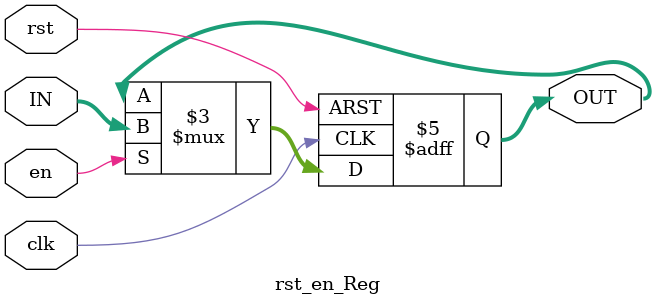
<source format=v>
module rst_en_Reg #(parameter WIDTH = 32) (clk, rst, en, IN, OUT);
    input clk, rst, en;
    input [WIDTH-1:0] IN;
    output reg [WIDTH-1:0] OUT;

    always @(posedge clk, negedge rst) begin
        if (~rst)
            OUT <= {WIDTH{1'b0}};
        else if (en)
            OUT <= IN;
    end
endmodule
</source>
